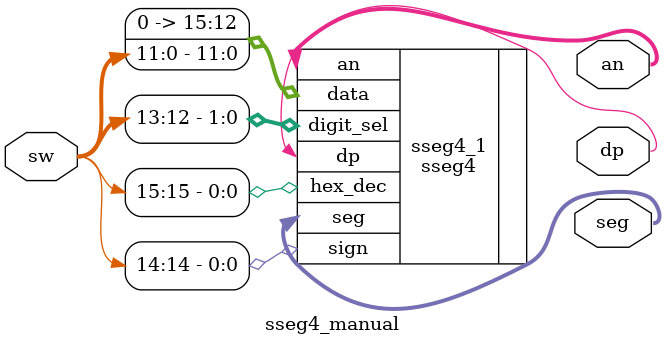
<source format=sv>
`timescale 1ns / 1ps


module sseg4_manual(
    input [15:0] sw,
    output [6:0] seg,
    output dp,
    output [3:0] an
    );
    
    sseg4 sseg4_1(
    .data({4'b0000, sw[11:0]}), .hex_dec(sw[15]), .sign(sw[14]), .digit_sel(sw[13:12]), .seg(seg), .dp(dp), .an(an)
    );
    
    
    
    
    
endmodule

</source>
